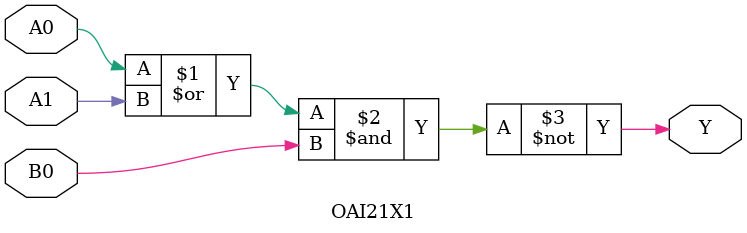
<source format=v>


module OAI21X1 (Y, A0, A1, B0);
	output Y;
	input A0, A1, B0;

	assign Y = ~((A0 | A1) & B0);
endmodule

</source>
